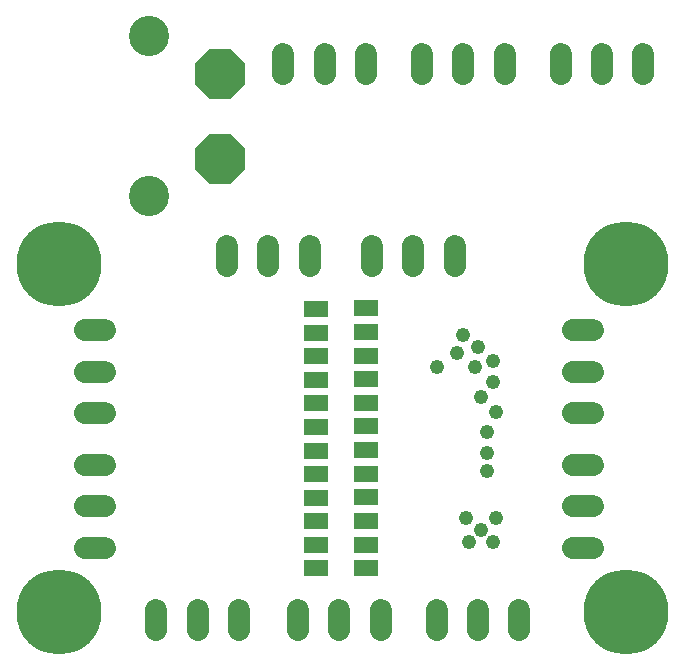
<source format=gbr>
G04 EAGLE Gerber RS-274X export*
G75*
%MOMM*%
%FSLAX34Y34*%
%LPD*%
%INSoldermask Bottom*%
%IPPOS*%
%AMOC8*
5,1,8,0,0,1.08239X$1,22.5*%
G01*
%ADD10C,7.203188*%
%ADD11R,2.033200X1.323200*%
%ADD12P,4.566820X8X112.500000*%
%ADD13C,3.403600*%
%ADD14C,1.903200*%
%ADD15C,1.209600*%


D10*
X-242140Y-233803D03*
X237860Y61197D03*
X-242140Y61197D03*
X237860Y-233803D03*
D11*
X17860Y-196303D03*
X17860Y-176253D03*
X17860Y-156253D03*
X17860Y-136253D03*
X17860Y-116253D03*
X17860Y-96253D03*
X17860Y-76253D03*
X17860Y-56253D03*
X17860Y-36253D03*
X17860Y-16253D03*
X17860Y3747D03*
X17860Y23747D03*
X-24640Y-196303D03*
X-24640Y-176753D03*
X-24640Y-156753D03*
X-24640Y-136753D03*
X-24640Y-116753D03*
X-24640Y-96753D03*
X-24640Y-76753D03*
X-24640Y-56753D03*
X-24640Y-36753D03*
X-24640Y-16753D03*
X-24640Y3247D03*
X-24640Y23247D03*
D12*
X-105540Y150097D03*
X-105540Y222097D03*
D13*
X-165540Y119097D03*
X-165540Y254097D03*
D14*
X-52140Y238697D02*
X-52140Y221697D01*
X-17140Y221697D02*
X-17140Y238697D01*
X17860Y238697D02*
X17860Y221697D01*
X65360Y221697D02*
X65360Y238697D01*
X100360Y238697D02*
X100360Y221697D01*
X135360Y221697D02*
X135360Y238697D01*
X182860Y238697D02*
X182860Y221697D01*
X217860Y221697D02*
X217860Y238697D01*
X252860Y238697D02*
X252860Y221697D01*
X22860Y76197D02*
X22860Y59197D01*
X57860Y59197D02*
X57860Y76197D01*
X92860Y76197D02*
X92860Y59197D01*
X-99640Y59197D02*
X-99640Y76197D01*
X-64640Y76197D02*
X-64640Y59197D01*
X-29640Y59197D02*
X-29640Y76197D01*
X193360Y4947D02*
X210360Y4947D01*
X210360Y-30053D02*
X193360Y-30053D01*
X193360Y-65053D02*
X210360Y-65053D01*
X210360Y-108803D02*
X193360Y-108803D01*
X193360Y-143803D02*
X210360Y-143803D01*
X210360Y-178803D02*
X193360Y-178803D01*
X-202640Y-65053D02*
X-219640Y-65053D01*
X-219640Y-30053D02*
X-202640Y-30053D01*
X-202640Y4947D02*
X-219640Y4947D01*
X-219640Y-178803D02*
X-202640Y-178803D01*
X-202640Y-143803D02*
X-219640Y-143803D01*
X-219640Y-108803D02*
X-202640Y-108803D01*
X147860Y-231803D02*
X147860Y-248803D01*
X112860Y-248803D02*
X112860Y-231803D01*
X77860Y-231803D02*
X77860Y-248803D01*
X-89640Y-248803D02*
X-89640Y-231803D01*
X-124640Y-231803D02*
X-124640Y-248803D01*
X-159640Y-248803D02*
X-159640Y-231803D01*
X30360Y-231803D02*
X30360Y-248803D01*
X-4640Y-248803D02*
X-4640Y-231803D01*
X-39640Y-231803D02*
X-39640Y-248803D01*
D15*
X102860Y-153803D03*
X127860Y-153803D03*
X115360Y-163803D03*
X125360Y-173803D03*
X105360Y-173803D03*
X125360Y-21303D03*
X112860Y-8803D03*
X125360Y-38803D03*
X110360Y-26303D03*
X95360Y-13803D03*
X100360Y1197D03*
X115360Y-51303D03*
X127860Y-63803D03*
X77860Y-26303D03*
X120360Y-113803D03*
X120360Y-98803D03*
X120360Y-81303D03*
M02*

</source>
